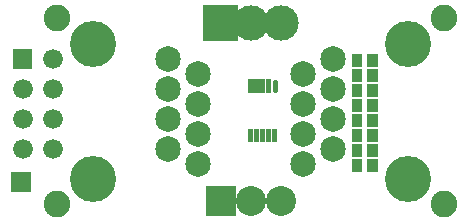
<source format=gbr>
G04 start of page 6 for group -4063 idx -4063 *
G04 Title: (unknown), componentmask *
G04 Creator: pcb 1.99z *
G04 CreationDate: Fri 14 Nov 2014 07:38:11 PM GMT UTC *
G04 For: commonadmin *
G04 Format: Gerber/RS-274X *
G04 PCB-Dimensions (mil): 1705.00 735.00 *
G04 PCB-Coordinate-Origin: lower left *
%MOIN*%
%FSLAX25Y25*%
%LNTOPMASK*%
%ADD58R,0.0355X0.0355*%
%ADD57C,0.0180*%
%ADD56R,0.0180X0.0180*%
%ADD55C,0.0660*%
%ADD54C,0.1180*%
%ADD53C,0.1000*%
%ADD52C,0.0001*%
%ADD51C,0.0887*%
%ADD50C,0.1536*%
%ADD49C,0.0851*%
G54D49*X102508Y48957D03*
Y38957D03*
Y28957D03*
Y18957D03*
X112508Y53957D03*
Y43957D03*
Y33957D03*
Y23957D03*
G54D50*X137508Y58957D03*
Y13957D03*
G54D51*X149516Y67500D03*
Y5492D03*
G54D49*X67508Y38957D03*
Y28957D03*
Y18957D03*
X57508Y33957D03*
Y23957D03*
X67508Y48957D03*
X57508Y53957D03*
Y43957D03*
G54D52*G36*
X70000Y11500D02*Y1500D01*
X80000D01*
Y11500D01*
X70000D01*
G37*
G54D53*X85000Y6500D03*
X95000D03*
G54D52*G36*
X69100Y71900D02*Y60100D01*
X80900D01*
Y71900D01*
X69100D01*
G37*
G54D54*X85000Y66000D03*
X95000D03*
G54D50*X32508Y58957D03*
G54D55*X19008Y53957D03*
G54D50*X32508Y13957D03*
G54D51*X20500Y67500D03*
Y5492D03*
G54D52*G36*
X5208Y16257D02*Y9657D01*
X11808D01*
Y16257D01*
X5208D01*
G37*
G36*
X5708Y57257D02*Y50657D01*
X12308D01*
Y57257D01*
X5708D01*
G37*
G54D55*X9008Y43957D03*
X19008D03*
X9008Y33957D03*
X19008D03*
X9008Y23957D03*
X19008D03*
G54D56*X85008Y29757D02*Y27157D01*
X87008Y29757D02*Y27157D01*
X89008Y29757D02*Y27157D01*
X90908Y29757D02*Y27157D01*
X92908Y29757D02*Y27157D01*
G54D57*X93008Y46257D02*Y43657D01*
G54D56*X91008Y46257D02*Y43657D01*
X89008Y46257D02*Y43657D01*
X87108Y46257D02*Y43657D01*
X85108Y46257D02*Y43657D01*
G54D58*X120508Y53949D02*Y52965D01*
X125626Y53949D02*Y52965D01*
X120508Y18949D02*Y17965D01*
X125626Y18949D02*Y17965D01*
X120508Y23949D02*Y22965D01*
X125626Y23949D02*Y22965D01*
X120508Y28949D02*Y27965D01*
X125626Y28949D02*Y27965D01*
X120508Y33949D02*Y32965D01*
X125626Y33949D02*Y32965D01*
X120508Y38949D02*Y37965D01*
Y43949D02*Y42965D01*
Y48949D02*Y47965D01*
X125626Y38949D02*Y37965D01*
Y43949D02*Y42965D01*
Y48949D02*Y47965D01*
M02*

</source>
